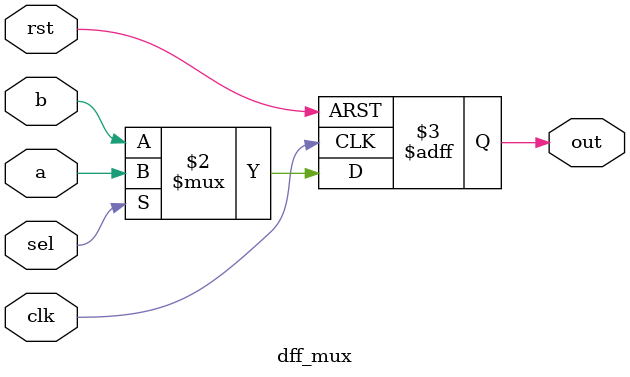
<source format=v>
module dff_mux(
input clk,
input sel,
input rst,
input a,
input b,
output out
);

always @(posedge clk or posedge rst) begin
if(rst) begin
    out <= 0;
end 
else begin
    out <= (sel)? a: b;
end
end
endmodule
</source>
